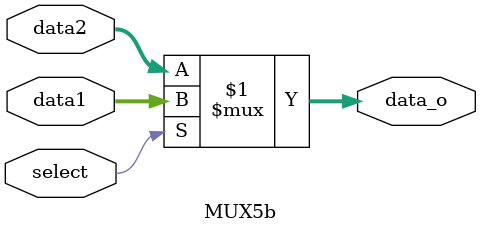
<source format=v>
module MUX5b(
 	input [4:0] data1,//value1
 	input [4:0] data2,//value2
 	input select,//control
 	output [4:0] data_o//output
);
assign data_o=(select)?data1:data2;//if select is 1,output is data1.if select is 0,output is data2.


endmodule

</source>
